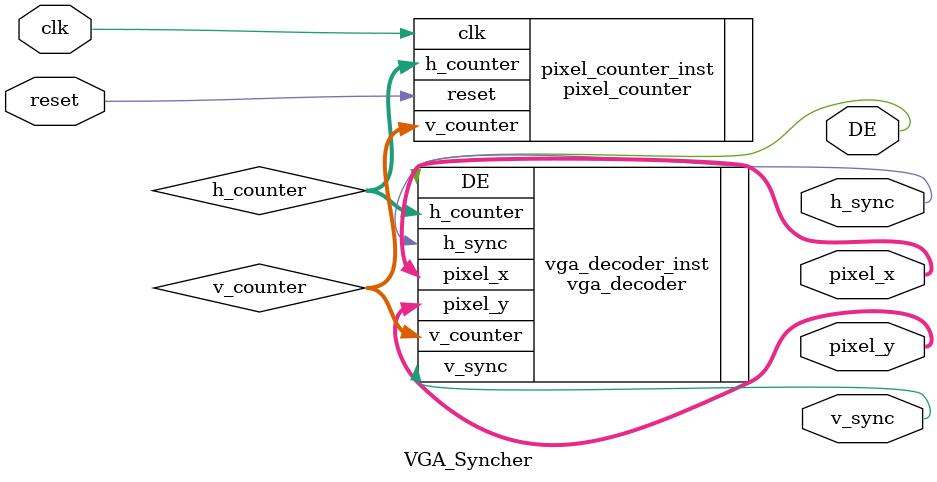
<source format=sv>
`timescale 1ns / 1ps
module VGA_Syncher (
    input logic clk,
    input logic reset,
    output logic h_sync,
    output logic v_sync,
    output logic DE,
    output logic [9:0] pixel_x,
    output logic [9:0] pixel_y
);

  logic p_clk;
  logic [9:0] h_counter;
  logic [9:0] v_counter;

  // Instantiation
  //   pixel_clk_gen pixel_clk_inst (
  //       .clk  (clk),
  //       .reset(reset),
  //       .p_clk(p_clk)
  //   );

  pixel_counter pixel_counter_inst (
      .clk(clk),
      .reset(reset),
      .h_counter(h_counter),
      .v_counter(v_counter)
  );

  vga_decoder vga_decoder_inst (
      .h_counter(h_counter),
      .v_counter(v_counter),
      .h_sync(h_sync),
      .v_sync(v_sync),
      .DE(DE),
      .pixel_x(pixel_x),
      .pixel_y(pixel_y)
  );
endmodule


</source>
